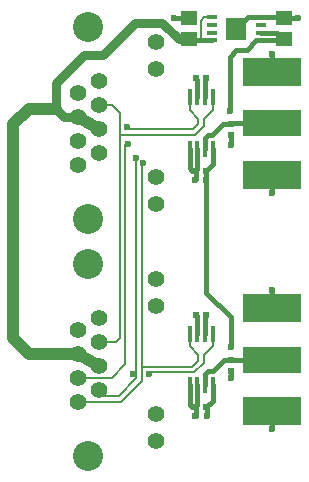
<source format=gtl>
G04 #@! TF.GenerationSoftware,KiCad,Pcbnew,6.0.0-rc1-unknown-106eaaa~84~ubuntu18.04.1*
G04 #@! TF.CreationDate,2018-12-01T20:38:30+00:00*
G04 #@! TF.ProjectId,interposer,696e7465-7270-46f7-9365-722e6b696361,rev?*
G04 #@! TF.SameCoordinates,Original*
G04 #@! TF.FileFunction,Copper,L1,Top*
G04 #@! TF.FilePolarity,Positive*
%FSLAX46Y46*%
G04 Gerber Fmt 4.6, Leading zero omitted, Abs format (unit mm)*
G04 Created by KiCad (PCBNEW 6.0.0-rc1-unknown-106eaaa~84~ubuntu18.04.1) date Sat 01 Dec 2018 20:38:30 GMT*
%MOMM*%
%LPD*%
G01*
G04 APERTURE LIST*
G04 #@! TA.AperFunction,SMDPad,CuDef*
%ADD10R,0.620000X0.620000*%
G04 #@! TD*
G04 #@! TA.AperFunction,ComponentPad*
%ADD11C,1.400000*%
G04 #@! TD*
G04 #@! TA.AperFunction,ComponentPad*
%ADD12C,2.540000*%
G04 #@! TD*
G04 #@! TA.AperFunction,SMDPad,CuDef*
%ADD13R,1.680000X1.880000*%
G04 #@! TD*
G04 #@! TA.AperFunction,SMDPad,CuDef*
%ADD14R,0.890000X0.420000*%
G04 #@! TD*
G04 #@! TA.AperFunction,SMDPad,CuDef*
%ADD15R,5.000000X2.400000*%
G04 #@! TD*
G04 #@! TA.AperFunction,SMDPad,CuDef*
%ADD16R,5.000000X2.300000*%
G04 #@! TD*
G04 #@! TA.AperFunction,SMDPad,CuDef*
%ADD17R,0.450000X1.450000*%
G04 #@! TD*
G04 #@! TA.AperFunction,SMDPad,CuDef*
%ADD18R,1.450000X1.150000*%
G04 #@! TD*
G04 #@! TA.AperFunction,ViaPad*
%ADD19C,0.600000*%
G04 #@! TD*
G04 #@! TA.AperFunction,Conductor*
%ADD20C,0.400000*%
G04 #@! TD*
G04 #@! TA.AperFunction,Conductor*
%ADD21C,1.000000*%
G04 #@! TD*
G04 #@! TA.AperFunction,Conductor*
%ADD22C,0.200000*%
G04 #@! TD*
G04 #@! TA.AperFunction,Conductor*
%ADD23C,0.800000*%
G04 #@! TD*
G04 APERTURE END LIST*
D10*
G04 #@! TO.P,R102,2*
G04 #@! TO.N,Net-(IC102-Pad3)*
X112550000Y-96200000D03*
G04 #@! TO.P,R102,1*
G04 #@! TO.N,Net-(IC102-Pad2)*
X113450000Y-96200000D03*
G04 #@! TD*
G04 #@! TO.P,R101,2*
G04 #@! TO.N,Net-(IC101-Pad3)*
X112550000Y-116200000D03*
G04 #@! TO.P,R101,1*
G04 #@! TO.N,Net-(IC101-Pad2)*
X113450000Y-116200000D03*
G04 #@! TD*
D11*
G04 #@! TO.P,J102,8*
G04 #@! TO.N,GND*
X104318000Y-116444000D03*
G04 #@! TO.P,J102,6*
G04 #@! TO.N,/RX-*
X104318000Y-118476000D03*
G04 #@! TO.P,J102,4*
G04 #@! TO.N,+48V*
X104318000Y-120508000D03*
G04 #@! TO.P,J102,2*
G04 #@! TO.N,/TX-*
X104318000Y-122540000D03*
G04 #@! TO.P,J102,7*
G04 #@! TO.N,GND*
X102540000Y-117460000D03*
G04 #@! TO.P,J102,5*
G04 #@! TO.N,+48V*
X102540000Y-119492000D03*
G04 #@! TO.P,J102,3*
G04 #@! TO.N,/RX+*
X102540000Y-121524000D03*
G04 #@! TO.P,J102,1*
G04 #@! TO.N,/TX+*
X102540000Y-123556000D03*
G04 #@! TO.P,J102,12*
G04 #@! TO.N,Net-(J102-Pad12)*
X109144000Y-113142000D03*
G04 #@! TO.P,J102,9*
G04 #@! TO.N,Net-(J102-Pad9)*
X109144000Y-126858000D03*
G04 #@! TO.P,J102,11*
G04 #@! TO.N,Net-(J102-Pad11)*
X109144000Y-115428000D03*
G04 #@! TO.P,J102,10*
G04 #@! TO.N,Net-(J102-Pad10)*
X109144000Y-124572000D03*
D12*
G04 #@! TO.P,J102,S1*
G04 #@! TO.N,CHASSIS*
X103429000Y-111872000D03*
G04 #@! TO.P,J102,S2*
X103429000Y-128128000D03*
G04 #@! TD*
D10*
G04 #@! TO.P,C104,2*
G04 #@! TO.N,GND*
X112550000Y-104000000D03*
G04 #@! TO.P,C104,1*
G04 #@! TO.N,5v*
X113450000Y-104000000D03*
G04 #@! TD*
G04 #@! TO.P,C103,2*
G04 #@! TO.N,GND*
X112550000Y-124000000D03*
G04 #@! TO.P,C103,1*
G04 #@! TO.N,5v*
X113450000Y-124000000D03*
G04 #@! TD*
D13*
G04 #@! TO.P,U101,9*
G04 #@! TO.N,GND*
X116000000Y-92000000D03*
D14*
G04 #@! TO.P,U101,8*
G04 #@! TO.N,+48V*
X113895000Y-92975000D03*
G04 #@! TO.P,U101,7*
G04 #@! TO.N,Net-(U101-Pad7)*
X113895000Y-92325000D03*
G04 #@! TO.P,U101,6*
G04 #@! TO.N,Net-(U101-Pad6)*
X113895000Y-91675000D03*
G04 #@! TO.P,U101,5*
G04 #@! TO.N,+48V*
X113895000Y-91025000D03*
G04 #@! TO.P,U101,4*
G04 #@! TO.N,GND*
X118105000Y-91025000D03*
G04 #@! TO.P,U101,3*
G04 #@! TO.N,Net-(U101-Pad3)*
X118105000Y-91675000D03*
G04 #@! TO.P,U101,2*
G04 #@! TO.N,5v*
X118105000Y-92325000D03*
G04 #@! TO.P,U101,1*
X118105000Y-92975000D03*
G04 #@! TD*
D15*
G04 #@! TO.P,P102,2*
G04 #@! TO.N,GND*
X119000000Y-104375000D03*
X119000000Y-95625000D03*
D16*
G04 #@! TO.P,P102,1*
G04 #@! TO.N,Net-(D102-Pad1)*
X119000000Y-100000000D03*
G04 #@! TD*
D15*
G04 #@! TO.P,P101,2*
G04 #@! TO.N,GND*
X119000000Y-124375000D03*
X119000000Y-115625000D03*
D16*
G04 #@! TO.P,P101,1*
G04 #@! TO.N,Net-(D101-Pad1)*
X119000000Y-120000000D03*
G04 #@! TD*
D11*
G04 #@! TO.P,J101,8*
G04 #@! TO.N,GND*
X104318000Y-96444000D03*
G04 #@! TO.P,J101,6*
G04 #@! TO.N,/RX-*
X104318000Y-98476000D03*
G04 #@! TO.P,J101,4*
G04 #@! TO.N,+48V*
X104318000Y-100508000D03*
G04 #@! TO.P,J101,2*
G04 #@! TO.N,/TX-*
X104318000Y-102540000D03*
G04 #@! TO.P,J101,7*
G04 #@! TO.N,GND*
X102540000Y-97460000D03*
G04 #@! TO.P,J101,5*
G04 #@! TO.N,+48V*
X102540000Y-99492000D03*
G04 #@! TO.P,J101,3*
G04 #@! TO.N,/RX+*
X102540000Y-101524000D03*
G04 #@! TO.P,J101,1*
G04 #@! TO.N,/TX+*
X102540000Y-103556000D03*
G04 #@! TO.P,J101,12*
G04 #@! TO.N,Net-(J101-Pad12)*
X109144000Y-93142000D03*
G04 #@! TO.P,J101,9*
G04 #@! TO.N,Net-(J101-Pad9)*
X109144000Y-106858000D03*
G04 #@! TO.P,J101,11*
G04 #@! TO.N,Net-(J101-Pad11)*
X109144000Y-95428000D03*
G04 #@! TO.P,J101,10*
G04 #@! TO.N,Net-(J101-Pad10)*
X109144000Y-104572000D03*
D12*
G04 #@! TO.P,J101,S1*
G04 #@! TO.N,CHASSIS*
X103429000Y-91872000D03*
G04 #@! TO.P,J101,S2*
X103429000Y-108128000D03*
G04 #@! TD*
D17*
G04 #@! TO.P,IC102,8*
G04 #@! TO.N,5v*
X113975000Y-102200000D03*
G04 #@! TO.P,IC102,7*
G04 #@! TO.N,Net-(D102-Pad1)*
X113325000Y-102200000D03*
G04 #@! TO.P,IC102,6*
G04 #@! TO.N,GND*
X112675000Y-102200000D03*
G04 #@! TO.P,IC102,5*
X112025000Y-102200000D03*
G04 #@! TO.P,IC102,4*
G04 #@! TO.N,/RX+*
X112025000Y-97800000D03*
G04 #@! TO.P,IC102,3*
G04 #@! TO.N,Net-(IC102-Pad3)*
X112675000Y-97800000D03*
G04 #@! TO.P,IC102,2*
G04 #@! TO.N,Net-(IC102-Pad2)*
X113325000Y-97800000D03*
G04 #@! TO.P,IC102,1*
G04 #@! TO.N,/RX-*
X113975000Y-97800000D03*
G04 #@! TD*
G04 #@! TO.P,IC101,8*
G04 #@! TO.N,5v*
X113975000Y-122200000D03*
G04 #@! TO.P,IC101,7*
G04 #@! TO.N,Net-(D101-Pad1)*
X113325000Y-122200000D03*
G04 #@! TO.P,IC101,6*
G04 #@! TO.N,GND*
X112675000Y-122200000D03*
G04 #@! TO.P,IC101,5*
X112025000Y-122200000D03*
G04 #@! TO.P,IC101,4*
G04 #@! TO.N,/TX+*
X112025000Y-117800000D03*
G04 #@! TO.P,IC101,3*
G04 #@! TO.N,Net-(IC101-Pad3)*
X112675000Y-117800000D03*
G04 #@! TO.P,IC101,2*
G04 #@! TO.N,Net-(IC101-Pad2)*
X113325000Y-117800000D03*
G04 #@! TO.P,IC101,1*
G04 #@! TO.N,/TX-*
X113975000Y-117800000D03*
G04 #@! TD*
D10*
G04 #@! TO.P,D102,2*
G04 #@! TO.N,GND*
X115500000Y-100950000D03*
G04 #@! TO.P,D102,1*
G04 #@! TO.N,Net-(D102-Pad1)*
X115500000Y-100050000D03*
G04 #@! TD*
G04 #@! TO.P,D101,2*
G04 #@! TO.N,GND*
X115500000Y-120950000D03*
G04 #@! TO.P,D101,1*
G04 #@! TO.N,Net-(D101-Pad1)*
X115500000Y-120050000D03*
G04 #@! TD*
D18*
G04 #@! TO.P,C102,2*
G04 #@! TO.N,GND*
X120000000Y-91100000D03*
G04 #@! TO.P,C102,1*
G04 #@! TO.N,5v*
X120000000Y-92900000D03*
G04 #@! TD*
G04 #@! TO.P,C101,2*
G04 #@! TO.N,GND*
X112000000Y-91100000D03*
G04 #@! TO.P,C101,1*
G04 #@! TO.N,+48V*
X112000000Y-92900000D03*
G04 #@! TD*
D19*
G04 #@! TO.N,GND*
X112500000Y-124800000D03*
X115500000Y-121600000D03*
X119000000Y-125900000D03*
X119000000Y-114100000D03*
X119000000Y-105900000D03*
X115500000Y-101800000D03*
X112500000Y-104800000D03*
X116000000Y-92000000D03*
X121200000Y-91100000D03*
X110700000Y-91100000D03*
X119000000Y-94100000D03*
G04 #@! TO.N,5v*
X115500000Y-118950000D03*
X113500000Y-124800000D03*
X115450000Y-99000000D03*
X113450000Y-104800000D03*
G04 #@! TO.N,/TX+*
X108100000Y-103400000D03*
G04 #@! TO.N,/TX-*
X107500000Y-102900000D03*
X108550000Y-121200000D03*
X107250000Y-121200000D03*
G04 #@! TO.N,/RX+*
X106800000Y-101750000D03*
X106750000Y-100350000D03*
G04 #@! TD*
D20*
G04 #@! TO.N,GND*
X112675000Y-123875000D02*
X112550000Y-124000000D01*
X112675000Y-122200000D02*
X112675000Y-123875000D01*
X112025000Y-122200000D02*
X112025000Y-123825000D01*
X112200000Y-124000000D02*
X112550000Y-124000000D01*
X112025000Y-123825000D02*
X112200000Y-124000000D01*
X112550000Y-124000000D02*
X112550000Y-124750000D01*
X112550000Y-124750000D02*
X112500000Y-124800000D01*
X115500000Y-120950000D02*
X115500000Y-121600000D01*
X119000000Y-124375000D02*
X119000000Y-125900000D01*
X119000000Y-115625000D02*
X119000000Y-114100000D01*
X119000000Y-104375000D02*
X119000000Y-105900000D01*
X119000000Y-95625000D02*
X119000000Y-94100000D01*
X115500000Y-100950000D02*
X115500000Y-101800000D01*
X112675000Y-103875000D02*
X112550000Y-104000000D01*
X112675000Y-102200000D02*
X112675000Y-103875000D01*
X112025000Y-102200000D02*
X112025000Y-103825000D01*
X112200000Y-104000000D02*
X112550000Y-104000000D01*
X112025000Y-103825000D02*
X112200000Y-104000000D01*
X112550000Y-104000000D02*
X112550000Y-104750000D01*
X112550000Y-104750000D02*
X112500000Y-104800000D01*
X119925000Y-91025000D02*
X120000000Y-91100000D01*
X118105000Y-91025000D02*
X119925000Y-91025000D01*
X116975000Y-91025000D02*
X116000000Y-92000000D01*
X118105000Y-91025000D02*
X116975000Y-91025000D01*
X120000000Y-91100000D02*
X121200000Y-91100000D01*
X112000000Y-91100000D02*
X110700000Y-91100000D01*
D21*
G04 #@! TO.N,+48V*
X102540000Y-119492000D02*
X104318000Y-120508000D01*
X102540000Y-99492000D02*
X104318000Y-100508000D01*
D20*
X112075000Y-92975000D02*
X112000000Y-92900000D01*
D22*
X113895000Y-91025000D02*
X113275000Y-91025000D01*
X113275000Y-91025000D02*
X113000000Y-91300000D01*
D20*
X113895000Y-92975000D02*
X113000000Y-92975000D01*
D22*
X113000000Y-91300000D02*
X113000000Y-92975000D01*
D20*
X113000000Y-92975000D02*
X112075000Y-92975000D01*
D23*
X111100000Y-92900000D02*
X112000000Y-92900000D01*
X109700000Y-91500000D02*
X111100000Y-92900000D01*
X107400000Y-91500000D02*
X109700000Y-91500000D01*
X101392000Y-99492000D02*
X100700000Y-98800000D01*
X100700000Y-98800000D02*
X100700000Y-96600000D01*
X102540000Y-99492000D02*
X101392000Y-99492000D01*
X100700000Y-96600000D02*
X103100000Y-94200000D01*
X103100000Y-94200000D02*
X104700000Y-94200000D01*
X104700000Y-94200000D02*
X107400000Y-91500000D01*
D21*
X102540000Y-119492000D02*
X98392000Y-119492000D01*
X98392000Y-119492000D02*
X97100000Y-118200000D01*
X97100000Y-118200000D02*
X97100000Y-100100000D01*
X98400000Y-98800000D02*
X100700000Y-98800000D01*
X97100000Y-100100000D02*
X98400000Y-98800000D01*
D20*
G04 #@! TO.N,5v*
X113975000Y-123475000D02*
X113450000Y-124000000D01*
X113975000Y-122200000D02*
X113975000Y-123475000D01*
X113975000Y-103475000D02*
X113450000Y-104000000D01*
X113975000Y-102200000D02*
X113975000Y-103475000D01*
X119925000Y-92975000D02*
X120000000Y-92900000D01*
X118105000Y-92975000D02*
X119925000Y-92975000D01*
X119425000Y-92325000D02*
X120000000Y-92900000D01*
X118105000Y-92325000D02*
X119425000Y-92325000D01*
X113450000Y-114350000D02*
X115500000Y-116400000D01*
X115500000Y-116400000D02*
X115500000Y-118950000D01*
X113500000Y-124050000D02*
X113450000Y-124000000D01*
X113500000Y-124800000D02*
X113500000Y-124050000D01*
X118105000Y-92975000D02*
X117675000Y-92975000D01*
X117675000Y-92975000D02*
X116850000Y-93800000D01*
X116850000Y-93800000D02*
X116000000Y-93800000D01*
X116000000Y-93800000D02*
X115450000Y-94350000D01*
X115450000Y-94350000D02*
X115450000Y-99000000D01*
X113450000Y-104000000D02*
X113450000Y-104800000D01*
X113450000Y-104800000D02*
X113450000Y-114350000D01*
G04 #@! TO.N,Net-(D101-Pad1)*
X118950000Y-120050000D02*
X119000000Y-120000000D01*
X115500000Y-120050000D02*
X118950000Y-120050000D01*
X114950000Y-120050000D02*
X115500000Y-120050000D01*
X113600000Y-120950000D02*
X114050000Y-120950000D01*
X113325000Y-122200000D02*
X113325000Y-121225000D01*
X114050000Y-120950000D02*
X114950000Y-120050000D01*
X113325000Y-121225000D02*
X113600000Y-120950000D01*
G04 #@! TO.N,Net-(D102-Pad1)*
X115550000Y-100000000D02*
X115500000Y-100050000D01*
X119000000Y-100000000D02*
X115550000Y-100000000D01*
X115500000Y-100050000D02*
X114850000Y-100050000D01*
X114850000Y-100050000D02*
X113900000Y-101000000D01*
X113900000Y-101000000D02*
X113550000Y-101000000D01*
X113325000Y-101225000D02*
X113325000Y-102200000D01*
X113550000Y-101000000D02*
X113325000Y-101225000D01*
G04 #@! TO.N,Net-(IC101-Pad3)*
X112675000Y-116325000D02*
X112550000Y-116200000D01*
X112675000Y-117800000D02*
X112675000Y-116325000D01*
G04 #@! TO.N,Net-(IC101-Pad2)*
X113325000Y-116325000D02*
X113450000Y-116200000D01*
X113325000Y-117800000D02*
X113325000Y-116325000D01*
G04 #@! TO.N,Net-(IC102-Pad3)*
X112675000Y-96325000D02*
X112550000Y-96200000D01*
X112675000Y-97800000D02*
X112675000Y-96325000D01*
G04 #@! TO.N,Net-(IC102-Pad2)*
X113325000Y-96325000D02*
X113450000Y-96200000D01*
X113325000Y-97800000D02*
X113325000Y-96325000D01*
D22*
G04 #@! TO.N,/TX+*
X106212200Y-123556000D02*
X107975000Y-121793200D01*
X102540000Y-123556000D02*
X106212200Y-123556000D01*
X107975000Y-103500000D02*
X108000000Y-103500000D01*
X108000000Y-103500000D02*
X108100000Y-103400000D01*
X112256800Y-120625000D02*
X108000000Y-120625000D01*
X107975000Y-121793200D02*
X107975000Y-120650000D01*
X112025000Y-117800000D02*
X112025000Y-118887501D01*
X107975000Y-120650000D02*
X107975000Y-103500000D01*
X112775000Y-119637501D02*
X112775000Y-120106800D01*
X108000000Y-120625000D02*
X107975000Y-120650000D01*
X112025000Y-118887501D02*
X112775000Y-119637501D01*
X112775000Y-120106800D02*
X112256800Y-120625000D01*
G04 #@! TO.N,/TX-*
X104884000Y-123106000D02*
X104318000Y-122540000D01*
X106025800Y-123106000D02*
X104884000Y-123106000D01*
X107525000Y-121606800D02*
X106025800Y-123106000D01*
X107500000Y-102900000D02*
X107525000Y-102925000D01*
X113975000Y-118887501D02*
X113225000Y-119637501D01*
X113975000Y-117800000D02*
X113975000Y-118887501D01*
X113225000Y-119637501D02*
X113225000Y-120293200D01*
X113225000Y-120293200D02*
X112443200Y-121075000D01*
X112443200Y-121075000D02*
X108500000Y-121075000D01*
X108500000Y-121075000D02*
X108500000Y-121150000D01*
X108500000Y-121150000D02*
X108550000Y-121200000D01*
X107525000Y-121200000D02*
X107250000Y-121200000D01*
X107525000Y-121200000D02*
X107525000Y-121606800D01*
X107525000Y-102925000D02*
X107525000Y-121200000D01*
G04 #@! TO.N,/RX+*
X102540000Y-121524000D02*
X105476000Y-121524000D01*
X105476000Y-121524000D02*
X106600000Y-120400000D01*
X106600000Y-120400000D02*
X106600000Y-116300000D01*
X106600000Y-116300000D02*
X106600000Y-101750000D01*
X106600000Y-101750000D02*
X106800000Y-101750000D01*
X112025000Y-97800000D02*
X112025000Y-98887501D01*
X112025000Y-98887501D02*
X112775000Y-99637501D01*
X112775000Y-99637501D02*
X112775000Y-100056800D01*
X112775000Y-100056800D02*
X112306800Y-100525000D01*
X112306800Y-100525000D02*
X106800000Y-100525000D01*
X106800000Y-100525000D02*
X106800000Y-100400000D01*
X106800000Y-100400000D02*
X106750000Y-100350000D01*
G04 #@! TO.N,/RX-*
X105476000Y-98476000D02*
X104318000Y-98476000D01*
X106150000Y-99150000D02*
X105476000Y-98476000D01*
X104318000Y-118476000D02*
X105824000Y-118476000D01*
X105824000Y-118476000D02*
X106150000Y-118150000D01*
X106150000Y-118150000D02*
X106150000Y-101100000D01*
X106175000Y-100975000D02*
X106150000Y-100950000D01*
X112493200Y-100975000D02*
X106175000Y-100975000D01*
X106150000Y-100950000D02*
X106150000Y-99150000D01*
X113975000Y-97800000D02*
X113975000Y-98887501D01*
X113225000Y-99637501D02*
X113225000Y-100243200D01*
X106150000Y-101100000D02*
X106150000Y-100950000D01*
X113975000Y-98887501D02*
X113225000Y-99637501D01*
X113225000Y-100243200D02*
X112493200Y-100975000D01*
G04 #@! TD*
M02*

</source>
